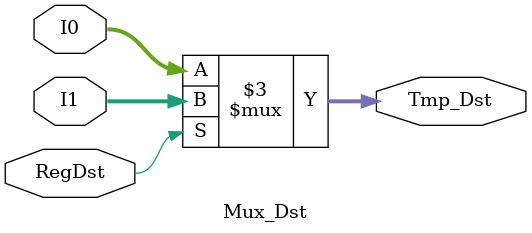
<source format=v>
module Mux_Dst(Tmp_Dst,I0,I1,RegDst);
output reg [4:0]Tmp_Dst;
input [4:0]I0,I1;
input RegDst;

always@(*)
	if(RegDst)
		Tmp_Dst <= I1;
	else
		Tmp_Dst <= I0;

endmodule

</source>
